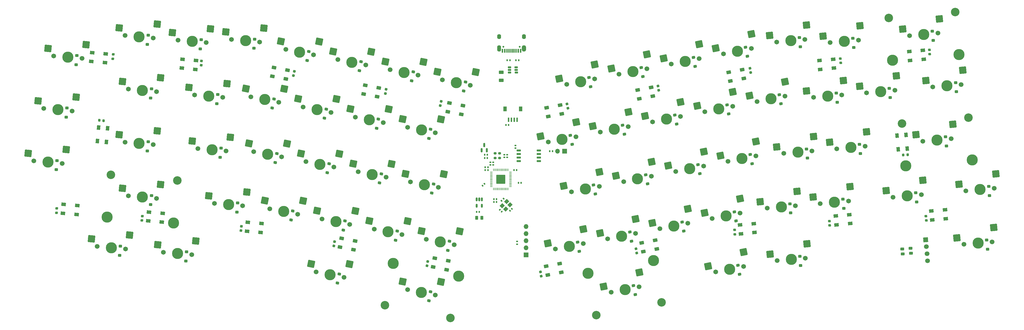
<source format=gbr>
%TF.GenerationSoftware,KiCad,Pcbnew,(6.0.5)*%
%TF.CreationDate,2023-03-29T12:06:55+08:00*%
%TF.ProjectId,ergo60,6572676f-3630-42e6-9b69-6361645f7063,rev?*%
%TF.SameCoordinates,PX3b7922bPYeed2ae*%
%TF.FileFunction,Soldermask,Bot*%
%TF.FilePolarity,Negative*%
%FSLAX46Y46*%
G04 Gerber Fmt 4.6, Leading zero omitted, Abs format (unit mm)*
G04 Created by KiCad (PCBNEW (6.0.5)) date 2023-03-29 12:06:55*
%MOMM*%
%LPD*%
G01*
G04 APERTURE LIST*
G04 Aperture macros list*
%AMRoundRect*
0 Rectangle with rounded corners*
0 $1 Rounding radius*
0 $2 $3 $4 $5 $6 $7 $8 $9 X,Y pos of 4 corners*
0 Add a 4 corners polygon primitive as box body*
4,1,4,$2,$3,$4,$5,$6,$7,$8,$9,$2,$3,0*
0 Add four circle primitives for the rounded corners*
1,1,$1+$1,$2,$3*
1,1,$1+$1,$4,$5*
1,1,$1+$1,$6,$7*
1,1,$1+$1,$8,$9*
0 Add four rect primitives between the rounded corners*
20,1,$1+$1,$2,$3,$4,$5,0*
20,1,$1+$1,$4,$5,$6,$7,0*
20,1,$1+$1,$6,$7,$8,$9,0*
20,1,$1+$1,$8,$9,$2,$3,0*%
%AMHorizOval*
0 Thick line with rounded ends*
0 $1 width*
0 $2 $3 position (X,Y) of the first rounded end (center of the circle)*
0 $4 $5 position (X,Y) of the second rounded end (center of the circle)*
0 Add line between two ends*
20,1,$1,$2,$3,$4,$5,0*
0 Add two circle primitives to create the rounded ends*
1,1,$1,$2,$3*
1,1,$1,$4,$5*%
%AMRotRect*
0 Rectangle, with rotation*
0 The origin of the aperture is its center*
0 $1 length*
0 $2 width*
0 $3 Rotation angle, in degrees counterclockwise*
0 Add horizontal line*
21,1,$1,$2,0,0,$3*%
G04 Aperture macros list end*
%ADD10RotRect,1.700000X1.700000X5.000000*%
%ADD11HorizOval,1.700000X0.000000X0.000000X0.000000X0.000000X0*%
%ADD12RoundRect,0.250000X0.391272X-0.178624X0.295867X0.312190X-0.391272X0.178624X-0.295867X-0.312190X0*%
%ADD13C,3.987800*%
%ADD14C,1.701800*%
%ADD15RoundRect,0.254000X1.191195X0.803471X-0.803471X1.191195X-1.191195X-0.803471X0.803471X-1.191195X0*%
%ADD16R,1.700000X1.700000*%
%ADD17O,1.700000X1.700000*%
%ADD18RotRect,1.400000X1.200000X45.000000*%
%ADD19RoundRect,0.250000X0.295867X-0.312190X0.391272X0.178624X-0.295867X0.312190X-0.391272X-0.178624X0*%
%ADD20RoundRect,0.140000X0.140000X0.170000X-0.140000X0.170000X-0.140000X-0.170000X0.140000X-0.170000X0*%
%ADD21RoundRect,0.254000X0.803471X1.191195X-1.191195X0.803471X-0.803471X-1.191195X1.191195X-0.803471X0*%
%ADD22RoundRect,0.254000X0.923584X1.100684X-1.100684X0.923584X-0.923584X-1.100684X1.100684X-0.923584X0*%
%ADD23RoundRect,0.140000X0.170000X-0.140000X0.170000X0.140000X-0.170000X0.140000X-0.170000X-0.140000X0*%
%ADD24RoundRect,0.225000X0.202475X-0.268568X0.288339X0.173164X-0.202475X0.268568X-0.288339X-0.173164X0*%
%ADD25RoundRect,0.250000X0.370457X-0.218544X0.326879X0.279553X-0.370457X0.218544X-0.326879X-0.279553X0*%
%ADD26RotRect,1.600000X1.200000X349.000000*%
%ADD27RoundRect,0.225000X-0.268659X0.202355X-0.229439X-0.245933X0.268659X-0.202355X0.229439X0.245933X0*%
%ADD28RoundRect,0.250000X0.326879X-0.279553X0.370457X0.218544X-0.326879X0.279553X-0.370457X-0.218544X0*%
%ADD29RoundRect,0.225000X0.288339X-0.173164X0.202475X0.268568X-0.288339X0.173164X-0.202475X-0.268568X0*%
%ADD30RoundRect,0.200000X-0.275000X0.200000X-0.275000X-0.200000X0.275000X-0.200000X0.275000X0.200000X0*%
%ADD31RoundRect,0.254000X1.100684X0.923584X-0.923584X1.100684X-1.100684X-0.923584X0.923584X-1.100684X0*%
%ADD32RoundRect,0.140000X-0.140000X-0.170000X0.140000X-0.170000X0.140000X0.170000X-0.140000X0.170000X0*%
%ADD33RoundRect,0.225000X0.245933X0.229439X-0.202355X0.268659X-0.245933X-0.229439X0.202355X-0.268659X0*%
%ADD34RoundRect,0.150000X0.650000X0.150000X-0.650000X0.150000X-0.650000X-0.150000X0.650000X-0.150000X0*%
%ADD35RoundRect,0.225000X-0.288339X0.173164X-0.202475X-0.268568X0.288339X-0.173164X0.202475X0.268568X0*%
%ADD36C,3.048000*%
%ADD37RotRect,1.600000X1.200000X191.000000*%
%ADD38RotRect,1.600000X1.200000X95.000000*%
%ADD39RoundRect,0.150000X0.475000X0.150000X-0.475000X0.150000X-0.475000X-0.150000X0.475000X-0.150000X0*%
%ADD40RoundRect,0.135000X0.135000X0.185000X-0.135000X0.185000X-0.135000X-0.185000X0.135000X-0.185000X0*%
%ADD41RotRect,1.600000X1.200000X5.000000*%
%ADD42RotRect,1.600000X1.200000X355.000000*%
%ADD43RoundRect,0.135000X0.185000X-0.135000X0.185000X0.135000X-0.185000X0.135000X-0.185000X-0.135000X0*%
%ADD44RotRect,1.600000X1.200000X185.000000*%
%ADD45RoundRect,0.140000X-0.021213X0.219203X-0.219203X0.021213X0.021213X-0.219203X0.219203X-0.021213X0*%
%ADD46RoundRect,0.250000X-0.471166X0.222281X-0.425409X-0.300721X0.471166X-0.222281X0.425409X0.300721X0*%
%ADD47RoundRect,0.225000X0.268659X-0.202355X0.229439X0.245933X-0.268659X0.202355X-0.229439X-0.245933X0*%
%ADD48RoundRect,0.225000X-0.202475X0.268568X-0.288339X-0.173164X0.202475X-0.268568X0.288339X0.173164X0*%
%ADD49RotRect,1.600000X1.200000X175.000000*%
%ADD50RoundRect,0.050000X0.387500X0.050000X-0.387500X0.050000X-0.387500X-0.050000X0.387500X-0.050000X0*%
%ADD51RoundRect,0.050000X0.050000X0.387500X-0.050000X0.387500X-0.050000X-0.387500X0.050000X-0.387500X0*%
%ADD52RoundRect,0.144000X1.456000X1.456000X-1.456000X1.456000X-1.456000X-1.456000X1.456000X-1.456000X0*%
%ADD53RotRect,1.600000X1.200000X265.000000*%
%ADD54RoundRect,0.150000X-0.150000X0.512500X-0.150000X-0.512500X0.150000X-0.512500X0.150000X0.512500X0*%
%ADD55RoundRect,0.140000X0.021213X-0.219203X0.219203X-0.021213X-0.021213X0.219203X-0.219203X0.021213X0*%
%ADD56RoundRect,0.225000X-0.225112X0.249900X-0.272149X-0.197635X0.225112X-0.249900X0.272149X0.197635X0*%
%ADD57RotRect,1.600000X1.200000X169.000000*%
%ADD58RoundRect,0.140000X0.219203X0.021213X0.021213X0.219203X-0.219203X-0.021213X-0.021213X-0.219203X0*%
%ADD59RoundRect,0.225000X0.229439X-0.245933X0.268659X0.202355X-0.229439X0.245933X-0.268659X-0.202355X0*%
%ADD60RoundRect,0.225000X-0.229439X0.245933X-0.268659X-0.202355X0.229439X-0.245933X0.268659X0.202355X0*%
%ADD61RotRect,1.600000X1.200000X11.000000*%
%ADD62RoundRect,0.250000X0.262500X0.450000X-0.262500X0.450000X-0.262500X-0.450000X0.262500X-0.450000X0*%
%ADD63RoundRect,0.250000X0.471166X-0.222281X0.425409X0.300721X-0.471166X0.222281X-0.425409X-0.300721X0*%
%ADD64RoundRect,0.135000X0.035355X-0.226274X0.226274X-0.035355X-0.035355X0.226274X-0.226274X0.035355X0*%
%ADD65RoundRect,0.135000X-0.135000X-0.185000X0.135000X-0.185000X0.135000X0.185000X-0.135000X0.185000X0*%
%ADD66C,0.650000*%
%ADD67R,0.600000X1.450000*%
%ADD68R,0.300000X1.450000*%
%ADD69O,1.500000X2.300000*%
%ADD70O,1.400000X1.800000*%
%ADD71O,1.400000X2.300000*%
%ADD72RoundRect,0.150000X0.150000X-0.587500X0.150000X0.587500X-0.150000X0.587500X-0.150000X-0.587500X0*%
%ADD73RoundRect,0.225000X-0.202355X-0.268659X0.245933X-0.229439X0.202355X0.268659X-0.245933X0.229439X0*%
%ADD74R,1.200000X1.800000*%
%ADD75R,0.600000X1.550000*%
%ADD76RoundRect,0.250000X-0.625000X0.375000X-0.625000X-0.375000X0.625000X-0.375000X0.625000X0.375000X0*%
%ADD77RoundRect,0.225000X0.225112X-0.249900X0.272149X0.197635X-0.225112X0.249900X-0.272149X-0.197635X0*%
G04 APERTURE END LIST*
D10*
%TO.C,OLED1*%
X281681459Y-72727496D03*
D11*
X281902834Y-75257830D03*
X282124210Y-77788165D03*
X282345585Y-80318499D03*
%TD*%
D12*
%TO.C,D26*%
X229855606Y-24042822D03*
X229225936Y-20803452D03*
%TD*%
%TO.C,D38*%
X182065520Y-52738829D03*
X181435850Y-49499459D03*
%TD*%
D13*
%TO.C,MX21*%
X101101394Y-33415642D03*
D14*
X96114728Y-32446332D03*
X106088060Y-34384952D03*
D15*
X108054703Y-29592148D03*
X94355383Y-29516810D03*
%TD*%
D16*
%TO.C,J2*%
X138555697Y-78230087D03*
D17*
X138555697Y-75690087D03*
X138555697Y-73150087D03*
X138555697Y-70610087D03*
X138555697Y-68070087D03*
%TD*%
D18*
%TO.C,Y1*%
X130047484Y-60591541D03*
X131603119Y-59035906D03*
X132805200Y-60237987D03*
X131249565Y-61793622D03*
%TD*%
D19*
%TO.C,D20*%
X85051772Y-32785402D03*
X85681442Y-29546032D03*
%TD*%
D20*
%TO.C,C9*%
X128006694Y-59231613D03*
X127046694Y-59231613D03*
%TD*%
D14*
%TO.C,MX39*%
X192195895Y-48280189D03*
X202169227Y-46341569D03*
D13*
X197182561Y-47310879D03*
D21*
X202197251Y-41161041D03*
X189467240Y-46223045D03*
%TD*%
D13*
%TO.C,MX13*%
X252505754Y-1660317D03*
D14*
X257566423Y-1217566D03*
X247445085Y-2103068D03*
D22*
X258135806Y3931653D03*
X244946408Y228028D03*
%TD*%
D19*
%TO.C,D35*%
X86091858Y-52394123D03*
X86721528Y-49154753D03*
%TD*%
D13*
%TO.C,MX38*%
X178482563Y-50945796D03*
D14*
X183469229Y-49976486D03*
X173495897Y-51915106D03*
D21*
X183497253Y-44795958D03*
X170767242Y-49857962D03*
%TD*%
D23*
%TO.C,C3*%
X131803886Y-43240111D03*
X131803886Y-42280111D03*
%TD*%
D13*
%TO.C,MX24*%
X188872651Y-29519616D03*
D14*
X183885985Y-30488926D03*
X193859317Y-28550306D03*
D21*
X193887341Y-23369778D03*
X181157330Y-28431782D03*
%TD*%
D20*
%TO.C,C2*%
X128006692Y-58211615D03*
X127046692Y-58211615D03*
%TD*%
D13*
%TO.C,MX23*%
X170172651Y-33154525D03*
D14*
X165185985Y-34123835D03*
X175159317Y-32185215D03*
D21*
X175187341Y-27004687D03*
X162457330Y-32066691D03*
%TD*%
D24*
%TO.C,LC9*%
X55270068Y-13945331D03*
X55565822Y-12423809D03*
%TD*%
D19*
%TO.C,D48*%
X73106951Y-69276667D03*
X73736621Y-66037297D03*
%TD*%
D14*
%TO.C,MX64*%
X216451547Y-82378473D03*
D13*
X211464881Y-83347783D03*
D14*
X206478215Y-84317093D03*
D21*
X216479571Y-77197945D03*
X203749560Y-82259949D03*
%TD*%
D20*
%TO.C,C11*%
X124899250Y-46782584D03*
X123939250Y-46782584D03*
%TD*%
D12*
%TO.C,D24*%
X192455608Y-31312651D03*
X191825938Y-28073281D03*
%TD*%
D25*
%TO.C,D13*%
X255881667Y-3818047D03*
X255594053Y-530605D03*
%TD*%
D26*
%TO.C,L2*%
X71931925Y-75428667D03*
X72542514Y-72287460D03*
X77352487Y-73222425D03*
X76741898Y-76363632D03*
%TD*%
D27*
%TO.C,LC19*%
X247156184Y-66067728D03*
X247291276Y-67611830D03*
%TD*%
D28*
%TO.C,D46*%
X34975122Y-62881316D03*
X35262736Y-59593874D03*
%TD*%
D29*
%TO.C,LC12*%
X153546474Y-25625809D03*
X153250720Y-24104287D03*
%TD*%
D28*
%TO.C,D60*%
X16710347Y-80406001D03*
X16997961Y-77118559D03*
%TD*%
D23*
%TO.C,C1*%
X126803887Y-45952617D03*
X126803887Y-44992617D03*
%TD*%
D30*
%TO.C,R3*%
X127494504Y-41796514D03*
X127494504Y-43446514D03*
%TD*%
D12*
%TO.C,D52*%
X176350432Y-73256280D03*
X175720762Y-70016910D03*
%TD*%
D25*
%TO.C,D43*%
X289091875Y-39158068D03*
X288804261Y-35870626D03*
%TD*%
D14*
%TO.C,MX17*%
X19847523Y-20859202D03*
X29968861Y-21744704D03*
D13*
X24908192Y-21301953D03*
D31*
X31423746Y-16772585D03*
X17791597Y-18129629D03*
%TD*%
D19*
%TO.C,D18*%
X47651775Y-25515576D03*
X48281445Y-22276206D03*
%TD*%
D24*
%TO.C,LC10*%
X88176628Y-20331267D03*
X88472382Y-18809745D03*
%TD*%
D13*
%TO.C,MX59*%
X-9962335Y-75619481D03*
D14*
X-15023004Y-75176730D03*
X-4901666Y-76062232D03*
D31*
X-3446781Y-71090113D03*
X-17078930Y-72447157D03*
%TD*%
D28*
%TO.C,D15*%
X-22550990Y-10041512D03*
X-22263376Y-6754070D03*
%TD*%
D14*
%TO.C,MX34*%
X69728148Y-46723851D03*
X59754816Y-44785231D03*
D13*
X64741482Y-45754541D03*
D15*
X71694791Y-41931047D03*
X57995471Y-41855709D03*
%TD*%
D32*
%TO.C,C8*%
X135853348Y-52329753D03*
X136813348Y-52329753D03*
%TD*%
D33*
%TO.C,LC6*%
X-12726134Y-30100436D03*
X-14270236Y-29965344D03*
%TD*%
D19*
%TO.C,D34*%
X67391863Y-48759215D03*
X68021533Y-45519845D03*
%TD*%
D28*
%TO.C,D59*%
X-7012402Y-78330652D03*
X-6724788Y-75043210D03*
%TD*%
%TO.C,D45*%
X4136668Y-60183300D03*
X4424282Y-56895858D03*
%TD*%
D34*
%TO.C,U4*%
X143116435Y-40763725D03*
X143116435Y-42033725D03*
X143116435Y-43303725D03*
X143116435Y-44573725D03*
X135916435Y-44573725D03*
X135916435Y-43303725D03*
X135916435Y-42033725D03*
X135916435Y-40763725D03*
%TD*%
D14*
%TO.C,MX15*%
X-30561594Y-6887598D03*
D13*
X-25500925Y-7330349D03*
D14*
X-20440256Y-7773100D03*
D31*
X-18985371Y-2800981D03*
X-32617520Y-4158025D03*
%TD*%
D14*
%TO.C,MX55*%
X235029989Y-60557555D03*
X224908651Y-61443057D03*
D13*
X229969320Y-61000306D03*
D22*
X235599372Y-55408336D03*
X222409974Y-59111961D03*
%TD*%
D35*
%TO.C,LC22*%
X143728525Y-84289858D03*
X144024279Y-85811380D03*
%TD*%
D32*
%TO.C,C18*%
X120847182Y-62760968D03*
X121807182Y-62760968D03*
%TD*%
D19*
%TO.C,D47*%
X54406955Y-65641759D03*
X55036625Y-62402389D03*
%TD*%
D12*
%TO.C,D51*%
X157650434Y-76891192D03*
X157020764Y-73651822D03*
%TD*%
D36*
%TO.C,MX45*%
X-10097051Y-49473243D03*
D13*
X-11425305Y-64655250D03*
X12359840Y-66736180D03*
D14*
X6247407Y-57914879D03*
X-3873931Y-57029377D03*
D36*
X13688093Y-51554173D03*
D13*
X1186738Y-57472128D03*
D31*
X7702292Y-52942760D03*
X-5929857Y-54299804D03*
%TD*%
D37*
%TO.C,L13*%
X183345498Y-18155453D03*
X183956087Y-21296660D03*
X179146114Y-22231625D03*
X178535525Y-19090418D03*
%TD*%
D14*
%TO.C,MX4*%
X52508830Y-4563654D03*
X62482162Y-6502274D03*
D13*
X57495496Y-5532964D03*
D15*
X64448805Y-1709470D03*
X50749485Y-1634132D03*
%TD*%
D13*
%TO.C,MX20*%
X82401395Y-29780733D03*
D14*
X77414729Y-28811423D03*
X87388061Y-30750043D03*
D15*
X89354704Y-25957239D03*
X75655384Y-25881901D03*
%TD*%
D19*
%TO.C,D19*%
X66351776Y-29150492D03*
X66981446Y-25911122D03*
%TD*%
D38*
%TO.C,L17*%
X275017988Y-40070659D03*
X271830165Y-40349557D03*
X271403102Y-35468203D03*
X274590925Y-35189305D03*
%TD*%
D14*
%TO.C,MX41*%
X230839337Y-41801420D03*
D13*
X235900006Y-41358669D03*
D14*
X240960675Y-40915918D03*
D22*
X241530058Y-35766699D03*
X228340660Y-39470324D03*
%TD*%
D26*
%TO.C,L1*%
X105269426Y-82546249D03*
X105880015Y-79405042D03*
X110689988Y-80340007D03*
X110079399Y-83481214D03*
%TD*%
D39*
%TO.C,U3*%
X134998460Y-10937804D03*
X134998460Y-11887804D03*
X135073460Y-12837804D03*
X132648460Y-12837804D03*
X132648460Y-11887804D03*
X132648460Y-10937804D03*
%TD*%
D14*
%TO.C,MX44*%
X-27556391Y-45396052D03*
D13*
X-32617060Y-44953301D03*
D14*
X-37677729Y-44510550D03*
D31*
X-26101506Y-40423933D03*
X-39733655Y-41780977D03*
%TD*%
D20*
%TO.C,C14*%
X124704208Y-42289936D03*
X123744208Y-42289936D03*
%TD*%
D40*
%TO.C,R7*%
X135975987Y-8444254D03*
X134955987Y-8444254D03*
%TD*%
D13*
%TO.C,MX27*%
X246575071Y-21301956D03*
D14*
X251635740Y-20859205D03*
X241514402Y-21744707D03*
D22*
X252205123Y-15709986D03*
X239015725Y-19413611D03*
%TD*%
D25*
%TO.C,D56*%
X252322734Y-61497719D03*
X252035120Y-58210277D03*
%TD*%
D32*
%TO.C,C13*%
X131361117Y-31628992D03*
X132321117Y-31628992D03*
%TD*%
D41*
%TO.C,L18*%
X283993110Y-65657233D03*
X283714212Y-62469410D03*
X288595566Y-62042347D03*
X288874464Y-65230170D03*
%TD*%
D42*
%TO.C,L3*%
X38619915Y-69687379D03*
X38898813Y-66499556D03*
X43780167Y-66926619D03*
X43501269Y-70114442D03*
%TD*%
D43*
%TO.C,R1*%
X135377169Y-74396268D03*
X135377169Y-73376268D03*
%TD*%
D23*
%TO.C,C5*%
X125755797Y-45955969D03*
X125755797Y-44995969D03*
%TD*%
D19*
%TO.C,D33*%
X48691866Y-45124302D03*
X49321536Y-41884932D03*
%TD*%
D37*
%TO.C,L12*%
X150740365Y-24505453D03*
X151350954Y-27646660D03*
X146540981Y-28581625D03*
X145930392Y-25440418D03*
%TD*%
D13*
%TO.C,MX51*%
X154067478Y-75098161D03*
D14*
X159054144Y-74128851D03*
X149080812Y-76067471D03*
D21*
X159082168Y-68948323D03*
X146352157Y-74010327D03*
%TD*%
D25*
%TO.C,D28*%
X268928484Y-21799368D03*
X268640870Y-18511926D03*
%TD*%
D36*
%TO.C,MX62*%
X111484165Y-100770960D03*
X88046835Y-96215204D03*
D14*
X96111635Y-90667106D03*
X106084967Y-92605726D03*
D13*
X90954764Y-81255206D03*
X114392095Y-85810961D03*
X101098301Y-91636416D03*
D15*
X108051610Y-87812922D03*
X94352290Y-87737584D03*
%TD*%
D25*
%TO.C,D29*%
X292650373Y-19723971D03*
X292362759Y-16436529D03*
%TD*%
%TO.C,D41*%
X239275913Y-43516398D03*
X238988299Y-40228956D03*
%TD*%
D19*
%TO.C,D21*%
X103751771Y-36420311D03*
X104381441Y-33180941D03*
%TD*%
%TO.C,D36*%
X104791859Y-56029033D03*
X105421529Y-52789663D03*
%TD*%
D25*
%TO.C,D55*%
X233345225Y-63158033D03*
X233057611Y-59870591D03*
%TD*%
D44*
%TO.C,L16*%
X280658065Y-4892348D03*
X280936963Y-8080171D03*
X276055609Y-8507234D03*
X275776711Y-5319411D03*
%TD*%
D14*
%TO.C,MX2*%
X24038178Y-2103067D03*
X13916840Y-1217565D03*
D13*
X18977509Y-1660316D03*
D31*
X25493063Y2869052D03*
X11860914Y1512008D03*
%TD*%
D27*
%TO.C,LC18*%
X281740170Y-64305114D03*
X281875262Y-65849216D03*
%TD*%
D45*
%TO.C,C6*%
X123625728Y-52685905D03*
X122946906Y-53364727D03*
%TD*%
D41*
%TO.C,L20*%
X215492748Y-70610824D03*
X215213850Y-67423001D03*
X220095204Y-66995938D03*
X220374102Y-70183761D03*
%TD*%
D19*
%TO.C,D62*%
X103748676Y-94641088D03*
X104378346Y-91401718D03*
%TD*%
D46*
%TO.C,R9*%
X276259773Y-75806155D03*
X276418833Y-77624211D03*
%TD*%
D12*
%TO.C,D9*%
X180405697Y-14248361D03*
X179776027Y-11008991D03*
%TD*%
D14*
%TO.C,MX25*%
X202585984Y-26854015D03*
D13*
X207572650Y-25884705D03*
D14*
X212559316Y-24915395D03*
D21*
X212587340Y-19734867D03*
X199857329Y-24796871D03*
%TD*%
D12*
%TO.C,D64*%
X215047840Y-85140818D03*
X214418170Y-81901448D03*
%TD*%
D47*
%TO.C,LC15*%
X251214337Y-9389767D03*
X251079245Y-7845665D03*
%TD*%
D48*
%TO.C,LC1*%
X103376548Y-80592783D03*
X103080794Y-82114305D03*
%TD*%
D19*
%TO.C,D49*%
X91806946Y-72911581D03*
X92436616Y-69672211D03*
%TD*%
D49*
%TO.C,L7*%
X-11956789Y-6113160D03*
X-12235687Y-9300983D03*
X-17117041Y-8873920D03*
X-16838143Y-5686097D03*
%TD*%
D30*
%TO.C,R2*%
X129080754Y-41796517D03*
X129080754Y-43446517D03*
%TD*%
D13*
%TO.C,MX6*%
X94895492Y-12802783D03*
D14*
X99882158Y-13772093D03*
X89908826Y-11833473D03*
D15*
X101848801Y-8979289D03*
X88149481Y-8903951D03*
%TD*%
D13*
%TO.C,MX58*%
X301134980Y-54774118D03*
D14*
X306195649Y-54331367D03*
X296074311Y-55216869D03*
D22*
X306765032Y-49182148D03*
X293575634Y-52885773D03*
%TD*%
D25*
%TO.C,D14*%
X284347928Y-1327572D03*
X284060314Y1959870D03*
%TD*%
D13*
%TO.C,MX5*%
X76195498Y-9167869D03*
D14*
X81182164Y-10137179D03*
X71208832Y-8198559D03*
D15*
X83148807Y-5344375D03*
X69449487Y-5269037D03*
%TD*%
D28*
%TO.C,D2*%
X21927437Y-4371486D03*
X22215051Y-1084044D03*
%TD*%
D14*
%TO.C,MX19*%
X68688068Y-27115128D03*
X58714736Y-25176508D03*
D13*
X63701402Y-26145818D03*
D15*
X70654711Y-22322324D03*
X56955391Y-22246986D03*
%TD*%
D23*
%TO.C,C7*%
X130753885Y-43240113D03*
X130753885Y-42280113D03*
%TD*%
D14*
%TO.C,MX9*%
X171836079Y-13424641D03*
X181809411Y-11486021D03*
D13*
X176822745Y-12455331D03*
D21*
X181837435Y-6305493D03*
X169107424Y-11367497D03*
%TD*%
D14*
%TO.C,MX42*%
X259938188Y-39255603D03*
D13*
X254877519Y-39698354D03*
D14*
X249816850Y-40141105D03*
D22*
X260507571Y-34106384D03*
X247318173Y-37810009D03*
%TD*%
D50*
%TO.C,U2*%
X132954195Y-48505112D03*
X132954195Y-48905112D03*
X132954195Y-49305112D03*
X132954195Y-49705112D03*
X132954195Y-50105112D03*
X132954195Y-50505112D03*
X132954195Y-50905112D03*
X132954195Y-51305112D03*
X132954195Y-51705112D03*
X132954195Y-52105112D03*
X132954195Y-52505112D03*
X132954195Y-52905112D03*
X132954195Y-53305112D03*
X132954195Y-53705112D03*
D51*
X132116695Y-54542612D03*
X131716695Y-54542612D03*
X131316695Y-54542612D03*
X130916695Y-54542612D03*
X130516695Y-54542612D03*
X130116695Y-54542612D03*
X129716695Y-54542612D03*
X129316695Y-54542612D03*
X128916695Y-54542612D03*
X128516695Y-54542612D03*
X128116695Y-54542612D03*
X127716695Y-54542612D03*
X127316695Y-54542612D03*
X126916695Y-54542612D03*
D50*
X126079195Y-53705112D03*
X126079195Y-53305112D03*
X126079195Y-52905112D03*
X126079195Y-52505112D03*
X126079195Y-52105112D03*
X126079195Y-51705112D03*
X126079195Y-51305112D03*
X126079195Y-50905112D03*
X126079195Y-50505112D03*
X126079195Y-50105112D03*
X126079195Y-49705112D03*
X126079195Y-49305112D03*
X126079195Y-48905112D03*
X126079195Y-48505112D03*
D51*
X126916695Y-47667612D03*
X127316695Y-47667612D03*
X127716695Y-47667612D03*
X128116695Y-47667612D03*
X128516695Y-47667612D03*
X128916695Y-47667612D03*
X129316695Y-47667612D03*
X129716695Y-47667612D03*
X130116695Y-47667612D03*
X130516695Y-47667612D03*
X130916695Y-47667612D03*
X131316695Y-47667612D03*
X131716695Y-47667612D03*
X132116695Y-47667612D03*
D52*
X129516695Y-51105112D03*
%TD*%
D14*
%TO.C,MX56*%
X243886161Y-59782741D03*
D13*
X248946830Y-59339990D03*
D14*
X254007499Y-58897239D03*
D22*
X254576882Y-53748020D03*
X241387484Y-57451645D03*
%TD*%
D14*
%TO.C,MX14*%
X275911354Y387406D03*
D36*
X268470668Y6748112D03*
D14*
X286032692Y1272908D03*
D36*
X292255812Y8829042D03*
D13*
X280972023Y830157D03*
X269798921Y-8433895D03*
X293584066Y-6352965D03*
D22*
X286602075Y6422127D03*
X273412677Y2718502D03*
%TD*%
D28*
%TO.C,D32*%
X29044434Y-43239681D03*
X29332048Y-39952239D03*
%TD*%
D40*
%TO.C,R5*%
X148027508Y-41031913D03*
X147007508Y-41031913D03*
%TD*%
D13*
%TO.C,MX29*%
X289274464Y-17566244D03*
D14*
X284213795Y-18008995D03*
X294335133Y-17123493D03*
D22*
X294904516Y-11974274D03*
X281715118Y-15677899D03*
%TD*%
D53*
%TO.C,L6*%
X-14489289Y-32531428D03*
X-11301466Y-32810326D03*
X-11728529Y-37691680D03*
X-14916352Y-37412782D03*
%TD*%
D13*
%TO.C,MX36*%
X102141482Y-53024364D03*
D14*
X97154816Y-52055054D03*
X107128148Y-53993674D03*
D15*
X109094791Y-49200870D03*
X95395471Y-49125532D03*
%TD*%
D25*
%TO.C,D65*%
X236904248Y-81969951D03*
X236616634Y-78682509D03*
%TD*%
D54*
%TO.C,U5*%
X120845850Y-58325633D03*
X121795850Y-58325633D03*
X122745850Y-58325633D03*
X122745850Y-60600633D03*
X120845850Y-60600633D03*
%TD*%
D13*
%TO.C,MX37*%
X159782564Y-54580709D03*
D14*
X164769230Y-53611399D03*
X154795898Y-55550019D03*
D21*
X164797254Y-48430871D03*
X152067243Y-53492875D03*
%TD*%
D14*
%TO.C,MX12*%
X238422884Y-980133D03*
X228301546Y-1865635D03*
D13*
X233362215Y-1422884D03*
D22*
X238992267Y4169086D03*
X225802869Y465461D03*
%TD*%
D13*
%TO.C,MX35*%
X83441481Y-49389455D03*
D14*
X88428147Y-50358765D03*
X78454815Y-48420145D03*
D15*
X90394790Y-45565961D03*
X76695470Y-45490623D03*
%TD*%
D12*
%TO.C,D10*%
X199105696Y-10613449D03*
X198476026Y-7374079D03*
%TD*%
D28*
%TO.C,D44*%
X-29667125Y-47664466D03*
X-29379511Y-44377024D03*
%TD*%
D47*
%TO.C,LC16*%
X283127967Y-6211624D03*
X282992875Y-4667522D03*
%TD*%
D12*
%TO.C,D37*%
X163365521Y-56373738D03*
X162735851Y-53134368D03*
%TD*%
D19*
%TO.C,D6*%
X97545868Y-15807452D03*
X98175538Y-12568082D03*
%TD*%
D37*
%TO.C,L14*%
X215950630Y-11805454D03*
X216561219Y-14946661D03*
X211751246Y-15881626D03*
X211140657Y-12740419D03*
%TD*%
D13*
%TO.C,MX57*%
X275040905Y-57057054D03*
D14*
X280101574Y-56614303D03*
X269980236Y-57499805D03*
D22*
X280670957Y-51465084D03*
X267481559Y-55168709D03*
%TD*%
D32*
%TO.C,C4*%
X123719207Y-43439937D03*
X124679207Y-43439937D03*
%TD*%
D13*
%TO.C,MX7*%
X113595491Y-16437694D03*
D14*
X118582157Y-17407004D03*
X108608825Y-15468384D03*
D15*
X120548800Y-12614200D03*
X106849480Y-12538862D03*
%TD*%
D55*
%TO.C,C15*%
X132806927Y-62354175D03*
X133485749Y-61675353D03*
%TD*%
D56*
%TO.C,LC3*%
X36587564Y-67956486D03*
X36425544Y-69497994D03*
%TD*%
D20*
%TO.C,C10*%
X124899249Y-47780086D03*
X123939249Y-47780086D03*
%TD*%
D57*
%TO.C,L9*%
X53119236Y-11946668D03*
X52508647Y-15087875D03*
X47698674Y-14152910D03*
X48309263Y-11011703D03*
%TD*%
D28*
%TO.C,D3*%
X41070980Y-4134054D03*
X41358594Y-846612D03*
%TD*%
D58*
%TO.C,C16*%
X129815755Y-62694175D03*
X129136933Y-62015353D03*
%TD*%
D12*
%TO.C,D25*%
X211155608Y-27677736D03*
X210525938Y-24438366D03*
%TD*%
D13*
%TO.C,MX48*%
X70456571Y-66271999D03*
D14*
X75443237Y-67241309D03*
X65469905Y-65302689D03*
D15*
X77409880Y-62448505D03*
X63710560Y-62373167D03*
%TD*%
D28*
%TO.C,D30*%
X-26109061Y-28852988D03*
X-25821447Y-25565546D03*
%TD*%
D14*
%TO.C,MX22*%
X146485991Y-37758747D03*
D13*
X151472657Y-36789437D03*
D14*
X156459323Y-35820127D03*
D21*
X156487347Y-30639599D03*
X143757336Y-35701603D03*
%TD*%
D32*
%TO.C,C12*%
X134258000Y-47780084D03*
X135218000Y-47780084D03*
%TD*%
D24*
%TO.C,LC11*%
X107836169Y-24687264D03*
X108131923Y-23165742D03*
%TD*%
D12*
%TO.C,D22*%
X155055615Y-38582471D03*
X154425945Y-35343101D03*
%TD*%
%TO.C,D39*%
X200765517Y-49103914D03*
X200135847Y-45864544D03*
%TD*%
D13*
%TO.C,MX60*%
X13760415Y-77694831D03*
D14*
X18821084Y-78137582D03*
X8699746Y-77252080D03*
D31*
X20275969Y-73165463D03*
X6643820Y-74522507D03*
%TD*%
D29*
%TO.C,LC14*%
X218997208Y-12821443D03*
X218701454Y-11299921D03*
%TD*%
D14*
%TO.C,MX18*%
X40014733Y-21541597D03*
X49988065Y-23480217D03*
D13*
X45001399Y-22510907D03*
D15*
X51954708Y-18687413D03*
X38255388Y-18612075D03*
%TD*%
D59*
%TO.C,LC7*%
X-9440059Y-7885069D03*
X-9304967Y-6340967D03*
%TD*%
D12*
%TO.C,D40*%
X219465515Y-45469007D03*
X218835845Y-42229637D03*
%TD*%
D13*
%TO.C,MX43*%
X274542866Y-46264388D03*
X285715968Y-37000336D03*
D36*
X273214613Y-31082381D03*
X296999757Y-29001451D03*
D13*
X298328011Y-44183458D03*
D14*
X280655299Y-37443087D03*
X290776637Y-36557585D03*
D22*
X291346020Y-31408366D03*
X278156622Y-35111991D03*
%TD*%
D14*
%TO.C,MX28*%
X260491911Y-20084389D03*
D13*
X265552580Y-19641638D03*
D14*
X270613249Y-19198887D03*
D22*
X271182632Y-14049668D03*
X257993234Y-17753293D03*
%TD*%
D12*
%TO.C,D53*%
X195050428Y-69621369D03*
X194420758Y-66381999D03*
%TD*%
D13*
%TO.C,MX61*%
X68370772Y-85282509D03*
D14*
X63384106Y-84313199D03*
X73357438Y-86251819D03*
D15*
X75324081Y-81459015D03*
X61624761Y-81383677D03*
%TD*%
D25*
%TO.C,D12*%
X236738119Y-3580612D03*
X236450505Y-293170D03*
%TD*%
D60*
%TO.C,LC4*%
X1118782Y-64267909D03*
X983690Y-65812011D03*
%TD*%
D14*
%TO.C,MX33*%
X51028154Y-43088942D03*
X41054822Y-41150322D03*
D13*
X46041488Y-42119632D03*
D15*
X52994797Y-38296138D03*
X39295477Y-38220800D03*
%TD*%
D35*
%TO.C,LC21*%
X177897512Y-75970874D03*
X178193266Y-77492396D03*
%TD*%
D61*
%TO.C,L22*%
X146384471Y-85387958D03*
X145773882Y-82246751D03*
X150583855Y-81311786D03*
X151194444Y-84452993D03*
%TD*%
D62*
%TO.C,LR1*%
X122734860Y-64893003D03*
X120909860Y-64893003D03*
%TD*%
D13*
%TO.C,MX26*%
X226272647Y-22249789D03*
D14*
X221285981Y-23219099D03*
X231259313Y-21280479D03*
D21*
X231287337Y-16099951D03*
X218557326Y-21161955D03*
%TD*%
D14*
%TO.C,MX49*%
X94143236Y-70876218D03*
D13*
X89156570Y-69906908D03*
D14*
X84169904Y-68937598D03*
D15*
X96109879Y-66083414D03*
X82410559Y-66008076D03*
%TD*%
D13*
%TO.C,MX30*%
X-29058989Y-26141819D03*
D14*
X-23998320Y-26584570D03*
X-34119658Y-25699068D03*
D31*
X-22543435Y-21612451D03*
X-36175584Y-22969495D03*
%TD*%
D29*
%TO.C,LC13*%
X186092783Y-19201166D03*
X185797029Y-17679644D03*
%TD*%
D42*
%TO.C,L4*%
X3250063Y-66015196D03*
X3528961Y-62827373D03*
X8410315Y-63254436D03*
X8131417Y-66442259D03*
%TD*%
D12*
%TO.C,D54*%
X213750430Y-65986457D03*
X213120760Y-62747087D03*
%TD*%
D63*
%TO.C,R8*%
X273401781Y-77888171D03*
X273242721Y-76070115D03*
%TD*%
D64*
%TO.C,R4*%
X129766645Y-58797893D03*
X130487893Y-58076645D03*
%TD*%
D65*
%TO.C,R6*%
X131780988Y-8437808D03*
X132800988Y-8437808D03*
%TD*%
D19*
%TO.C,D5*%
X78845873Y-12172543D03*
X79475543Y-8933173D03*
%TD*%
D25*
%TO.C,D58*%
X304510885Y-56931849D03*
X304223271Y-53644407D03*
%TD*%
D13*
%TO.C,MX10*%
X195522739Y-8820417D03*
D14*
X200509405Y-7851107D03*
X190536073Y-9789727D03*
D21*
X200537429Y-2670579D03*
X187807418Y-7732583D03*
%TD*%
D13*
%TO.C,MX63*%
X174064889Y-90617610D03*
X160771095Y-84792155D03*
D36*
X187116355Y-95196398D03*
D14*
X179051555Y-89648300D03*
X169078223Y-91586920D03*
D13*
X184208426Y-80236400D03*
D36*
X163679025Y-99752154D03*
D21*
X179079579Y-84467772D03*
X166349568Y-89529776D03*
%TD*%
D14*
%TO.C,MX54*%
X215154138Y-63224117D03*
X205180806Y-65162737D03*
D13*
X210167472Y-64193427D03*
D21*
X215182162Y-58043589D03*
X202452151Y-63105593D03*
%TD*%
D25*
%TO.C,D27*%
X249950976Y-23459687D03*
X249663362Y-20172245D03*
%TD*%
D14*
%TO.C,MX66*%
X295362437Y-74401917D03*
D13*
X300423106Y-73959166D03*
D14*
X305483775Y-73516415D03*
D22*
X306053158Y-68367196D03*
X292863760Y-72070821D03*
%TD*%
D12*
%TO.C,D23*%
X173755610Y-34947558D03*
X173125940Y-31708188D03*
%TD*%
D28*
%TO.C,D31*%
X2950358Y-40956746D03*
X3237972Y-37669304D03*
%TD*%
D60*
%TO.C,LC5*%
X-29486912Y-61532835D03*
X-29622004Y-63076937D03*
%TD*%
D66*
%TO.C,J3*%
X136252240Y-3628008D03*
X130472240Y-3628008D03*
D67*
X130112240Y-5073008D03*
X130912240Y-5073008D03*
D68*
X132112240Y-5073008D03*
X133112240Y-5073008D03*
X133612240Y-5073008D03*
X134612240Y-5073008D03*
D67*
X135812240Y-5073008D03*
X136612240Y-5073008D03*
X136612240Y-5073008D03*
X135812240Y-5073008D03*
D68*
X135112240Y-5073008D03*
X134112240Y-5073008D03*
X132612240Y-5073008D03*
X131612240Y-5073008D03*
D67*
X130912240Y-5073008D03*
X130112240Y-5073008D03*
D69*
X137832240Y-4158008D03*
D70*
X128892240Y21992D03*
D71*
X128892240Y-4158008D03*
D70*
X137832240Y21992D03*
%TD*%
D72*
%TO.C,U1*%
X124504930Y-40658449D03*
X122604930Y-40658449D03*
X123554930Y-38783449D03*
%TD*%
D12*
%TO.C,D63*%
X177647840Y-92410647D03*
X177018170Y-89171277D03*
%TD*%
D19*
%TO.C,D4*%
X60145873Y-8537632D03*
X60775543Y-5298262D03*
%TD*%
%TO.C,D7*%
X116245867Y-19442363D03*
X116875537Y-16202993D03*
%TD*%
D73*
%TO.C,LC17*%
X273636944Y-42397840D03*
X275181046Y-42262748D03*
%TD*%
D49*
%TO.C,L8*%
X20410573Y-8494410D03*
X20131675Y-11682233D03*
X15250321Y-11255170D03*
X15529219Y-8067347D03*
%TD*%
D28*
%TO.C,D16*%
X4136239Y-21937729D03*
X4423853Y-18650287D03*
%TD*%
D19*
%TO.C,D61*%
X71021150Y-88287182D03*
X71650820Y-85047812D03*
%TD*%
D16*
%TO.C,SW1*%
X152405590Y-40981888D03*
D17*
X149865590Y-40981888D03*
%TD*%
D13*
%TO.C,MX16*%
X1186308Y-19226559D03*
D14*
X6246977Y-19669310D03*
X-3874361Y-18783808D03*
D31*
X7701862Y-14697191D03*
X-5930287Y-16054235D03*
%TD*%
D19*
%TO.C,D50*%
X110506943Y-76546490D03*
X111136613Y-73307120D03*
%TD*%
D74*
%TO.C,J1*%
X136623458Y-25866632D03*
X131023458Y-25866632D03*
D75*
X132323458Y-29741632D03*
X133323458Y-29741632D03*
X134323458Y-29741632D03*
X135323458Y-29741632D03*
%TD*%
D25*
%TO.C,D66*%
X303799013Y-76116896D03*
X303511399Y-72829454D03*
%TD*%
D48*
%TO.C,LC2*%
X70018316Y-73484481D03*
X69722562Y-75006003D03*
%TD*%
D12*
%TO.C,D8*%
X161705706Y-17883273D03*
X161076036Y-14643903D03*
%TD*%
D14*
%TO.C,MX65*%
X238589012Y-79369465D03*
D13*
X233528343Y-79812216D03*
D14*
X228467674Y-80254967D03*
D22*
X239158395Y-74220246D03*
X225968997Y-77923871D03*
%TD*%
D14*
%TO.C,MX50*%
X102869902Y-72572511D03*
X112843234Y-74511131D03*
D13*
X107856568Y-73541821D03*
D15*
X114809877Y-69718327D03*
X101110557Y-69642989D03*
%TD*%
D57*
%TO.C,L11*%
X115967120Y-24646668D03*
X115356531Y-27787875D03*
X110546558Y-26852910D03*
X111157147Y-23711703D03*
%TD*%
D14*
%TO.C,MX40*%
X220869226Y-42706659D03*
X210895894Y-44645279D03*
D13*
X215882560Y-43675969D03*
D21*
X220897250Y-37526131D03*
X208167239Y-42588135D03*
%TD*%
D12*
%TO.C,D11*%
X217805693Y-6978538D03*
X217176023Y-3739168D03*
%TD*%
D76*
%TO.C,F1*%
X129655958Y-12777809D03*
X129655958Y-15577809D03*
%TD*%
D25*
%TO.C,D57*%
X278416810Y-59214785D03*
X278129196Y-55927343D03*
%TD*%
%TO.C,D42*%
X258253422Y-41856084D03*
X257965808Y-38568642D03*
%TD*%
D14*
%TO.C,MX1*%
X5060669Y-442751D03*
D13*
X0Y0D03*
D14*
X-5060669Y442751D03*
D31*
X6515554Y4529368D03*
X-7116595Y3172324D03*
%TD*%
D14*
%TO.C,MX8*%
X163109411Y-15120931D03*
X153136079Y-17059551D03*
D13*
X158122745Y-16090241D03*
D21*
X163137435Y-9940403D03*
X150407424Y-15002407D03*
%TD*%
D14*
%TO.C,MX47*%
X46769910Y-61667773D03*
D13*
X51756576Y-62637083D03*
D14*
X56743242Y-63606393D03*
D15*
X58709885Y-58813589D03*
X45010565Y-58738251D03*
%TD*%
D14*
%TO.C,MX11*%
X219209401Y-4216192D03*
X209236069Y-6154812D03*
D13*
X214222735Y-5185502D03*
D21*
X219237425Y964336D03*
X206507414Y-4097668D03*
%TD*%
D13*
%TO.C,MX52*%
X172767477Y-71463246D03*
D14*
X177754143Y-70493936D03*
X167780811Y-72432556D03*
D21*
X177782167Y-65313408D03*
X165052156Y-70375412D03*
%TD*%
D57*
%TO.C,L10*%
X85804616Y-18296668D03*
X85194027Y-21437875D03*
X80384054Y-20502910D03*
X80994643Y-17361703D03*
%TD*%
D41*
%TO.C,L19*%
X249742929Y-67393011D03*
X249464031Y-64205188D03*
X254345385Y-63778125D03*
X254624283Y-66965948D03*
%TD*%
D27*
%TO.C,LC20*%
X213229042Y-69250361D03*
X213364134Y-70794463D03*
%TD*%
D61*
%TO.C,L21*%
X180573861Y-77016615D03*
X179963272Y-73875408D03*
X184773245Y-72940443D03*
X185383834Y-76081650D03*
%TD*%
D13*
%TO.C,MX32*%
X26094499Y-40528513D03*
D14*
X21033830Y-40085762D03*
X31155168Y-40971264D03*
D31*
X32610053Y-35999145D03*
X18977904Y-37356189D03*
%TD*%
D28*
%TO.C,D17*%
X27858127Y-24013123D03*
X28145741Y-20725681D03*
%TD*%
D13*
%TO.C,MX53*%
X191467474Y-67828336D03*
D14*
X186480808Y-68797646D03*
X196454140Y-66859026D03*
D21*
X196482164Y-61678498D03*
X183752153Y-66740502D03*
%TD*%
D42*
%TO.C,L5*%
X-27296228Y-63285048D03*
X-27017330Y-60097225D03*
X-22135976Y-60524288D03*
X-22414874Y-63712111D03*
%TD*%
D14*
%TO.C,MX3*%
X33060374Y-980129D03*
X43181712Y-1865631D03*
D13*
X38121043Y-1422880D03*
D31*
X44636597Y3106488D03*
X31004448Y1749444D03*
%TD*%
D77*
%TO.C,LC8*%
X22192449Y-10201073D03*
X22354469Y-8659565D03*
%TD*%
D13*
%TO.C,MX31*%
X427Y-38245578D03*
D14*
X5061096Y-38688329D03*
X-5060242Y-37802827D03*
D31*
X6515981Y-33716210D03*
X-7116168Y-35073254D03*
%TD*%
D23*
%TO.C,C17*%
X134745873Y-39953371D03*
X134745873Y-38993371D03*
%TD*%
D44*
%TO.C,L15*%
X248522502Y-8067345D03*
X248801400Y-11255168D03*
X243920046Y-11682231D03*
X243641148Y-8494408D03*
%TD*%
D14*
%TO.C,MX46*%
X26964520Y-59727395D03*
D13*
X32025189Y-60170146D03*
D14*
X37085858Y-60612897D03*
D31*
X38540743Y-55640778D03*
X24908594Y-56997822D03*
%TD*%
D28*
%TO.C,D1*%
X2949928Y-2711173D03*
X3237542Y576269D03*
%TD*%
M02*

</source>
